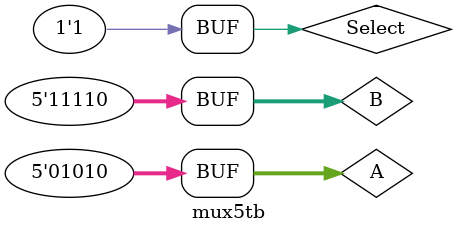
<source format=v>
`timescale 1ns / 1ps


module mux5tb;

	// Inputs
	reg [4:0] A;
	reg [4:0] B;
	reg Select;

	// Outputs
	wire [4:0] Out;

	// Instantiate the Unit Under Test (UUT)
	mux5bits uut (
		.A(A), 
		.B(B), 
		.Out(Out), 
		.Select(Select)
	);

	initial begin
		// Initialize Inputs
		$monitor("%b %b",Select,Out);
		A = 5'b01010;
		B = 5'b11110;
		Select = 0;

		// Wait 100 ns for global reset to finish
		#10
		Select =1;
        
		// Add stimulus here

	end
      
endmodule


</source>
